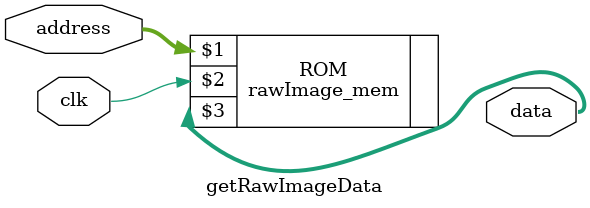
<source format=sv>
module getRawImageData(
	input clk,
	input [17:0] address,
	output logic [7:0] data);
						
	rawImage_mem ROM (address, clk, data);
endmodule
</source>
